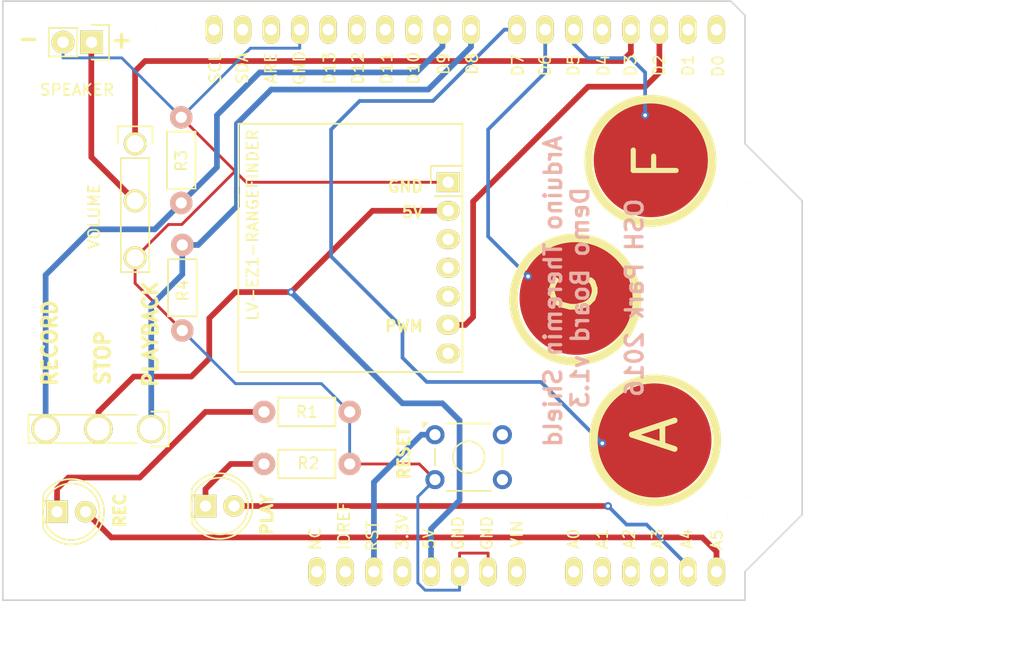
<source format=kicad_pcb>
(kicad_pcb (version 20171130) (host pcbnew "(5.1.12)-1")

  (general
    (thickness 1.6)
    (drawings 38)
    (tracks 137)
    (zones 0)
    (modules 15)
    (nets 16)
  )

  (page A4)
  (title_block
    (company "Released under the CERN Open Hardware License v1.2")
    (comment 1 jeh.wicker@gmail.com)
    (comment 2 "Jenner Hanni")
    (comment 3 "Wickerbox Electronics")
  )

  (layers
    (0 F.Cu signal)
    (31 B.Cu signal)
    (34 B.Paste user)
    (35 F.Paste user)
    (36 B.SilkS user)
    (37 F.SilkS user)
    (38 B.Mask user)
    (39 F.Mask user)
    (44 Edge.Cuts user)
    (46 B.CrtYd user)
    (47 F.CrtYd user)
    (48 B.Fab user)
    (49 F.Fab user)
  )

  (setup
    (last_trace_width 0.254)
    (user_trace_width 0.1524)
    (user_trace_width 0.254)
    (user_trace_width 0.3302)
    (user_trace_width 0.508)
    (user_trace_width 0.762)
    (trace_clearance 0.254)
    (zone_clearance 0.508)
    (zone_45_only no)
    (trace_min 0.1524)
    (via_size 0.6858)
    (via_drill 0.3302)
    (via_min_size 0.6858)
    (via_min_drill 0.3302)
    (user_via 0.6858 0.3302)
    (user_via 0.762 0.4064)
    (user_via 0.8636 0.508)
    (uvia_size 0.6858)
    (uvia_drill 0.3302)
    (uvias_allowed no)
    (uvia_min_size 0)
    (uvia_min_drill 0)
    (edge_width 0.15)
    (segment_width 1.27)
    (pcb_text_width 0.3)
    (pcb_text_size 1.5 1.5)
    (mod_edge_width 0.15)
    (mod_text_size 1 1)
    (mod_text_width 0.15)
    (pad_size 2.54 2.54)
    (pad_drill 2.032)
    (pad_to_mask_clearance 0.2)
    (aux_axis_origin 0 0)
    (visible_elements 7FFFFFFF)
    (pcbplotparams
      (layerselection 0x010f0_80000001)
      (usegerberextensions true)
      (usegerberattributes true)
      (usegerberadvancedattributes true)
      (creategerberjobfile true)
      (excludeedgelayer true)
      (linewidth 0.100000)
      (plotframeref false)
      (viasonmask false)
      (mode 1)
      (useauxorigin false)
      (hpglpennumber 1)
      (hpglpenspeed 20)
      (hpglpendiameter 15.000000)
      (psnegative false)
      (psa4output false)
      (plotreference true)
      (plotvalue true)
      (plotinvisibletext false)
      (padsonsilk false)
      (subtractmaskfromsilk false)
      (outputformat 1)
      (mirror false)
      (drillshape 0)
      (scaleselection 1)
      (outputdirectory "gerbers"))
  )

  (net 0 "")
  (net 1 +5V)
  (net 2 GND)
  (net 3 "Net-(LED1-Pad1)")
  (net 4 "Net-(LED2-Pad1)")
  (net 5 /A4_PLAYBACK_LED)
  (net 6 /RESET)
  (net 7 "Net-(RV1-Pad2)")
  (net 8 /D7_KEY1)
  (net 9 /D5_KEY3)
  (net 10 /D6_KEY2)
  (net 11 /D2_PWM)
  (net 12 /D3_DIG_SPEAKER_OUT)
  (net 13 /A5_RECORD_LED)
  (net 14 /D9_BTN_PLAYBACK)
  (net 15 /D8_BTN_RECORD)

  (net_class Default "This is the default net class."
    (clearance 0.254)
    (trace_width 0.254)
    (via_dia 0.6858)
    (via_drill 0.3302)
    (uvia_dia 0.6858)
    (uvia_drill 0.3302)
    (add_net +5V)
    (add_net /A4_PLAYBACK_LED)
    (add_net /A5_RECORD_LED)
    (add_net /D2_PWM)
    (add_net /D3_DIG_SPEAKER_OUT)
    (add_net /D5_KEY3)
    (add_net /D6_KEY2)
    (add_net /D7_KEY1)
    (add_net /D8_BTN_RECORD)
    (add_net /D9_BTN_PLAYBACK)
    (add_net /RESET)
    (add_net GND)
    (add_net "Net-(LED1-Pad1)")
    (add_net "Net-(LED2-Pad1)")
    (add_net "Net-(RV1-Pad2)")
  )

  (module Wickerlib:SW-B3F-10XX (layer F.Cu) (tedit 5724F748) (tstamp 5724F497)
    (at 126.08 103.378)
    (descr SW-B3F-10XX)
    (tags "Omron B3F-10xx")
    (path /572466BD)
    (fp_text reference RESET (at -2.763 1.651 90) (layer F.SilkS)
      (effects (font (size 1.016 1.016) (thickness 0.254)))
    )
    (fp_text value B3F-1000 (at 2.95 -2.05) (layer F.Fab)
      (effects (font (size 1 1) (thickness 0.15)))
    )
    (fp_circle (center 3 2) (end 4 3) (layer F.SilkS) (width 0.1))
    (fp_circle (center 3 2) (end 4 3) (layer F.SilkS) (width 0.15))
    (fp_line (start 6 2) (end 6 2) (layer F.SilkS) (width 0.1))
    (fp_line (start 5 -1) (end 1 -1) (layer F.SilkS) (width 0.1))
    (fp_line (start 5 5) (end 1 5) (layer F.SilkS) (width 0.1))
    (fp_line (start 0 2) (end 0 2) (layer F.SilkS) (width 0.1))
    (fp_line (start 6 1.25) (end 6 2.75) (layer F.SilkS) (width 0.15))
    (fp_line (start 0 2.75) (end 0 1.25) (layer F.SilkS) (width 0.15))
    (fp_line (start 1 -1) (end 5 -1) (layer F.SilkS) (width 0.15))
    (fp_line (start 1 5) (end 5 5) (layer F.SilkS) (width 0.15))
    (fp_line (start -1.15 0) (end -1.15 -1.15) (layer F.CrtYd) (width 0.05))
    (fp_line (start -1.15 -1.15) (end 0.45 -1.15) (layer F.CrtYd) (width 0.05))
    (fp_line (start -1.15 0) (end -1.15 5.15) (layer F.CrtYd) (width 0.05))
    (fp_line (start -1.15 5.15) (end 7.15 5.15) (layer F.CrtYd) (width 0.05))
    (fp_line (start 7.15 5.15) (end 7.15 -1.15) (layer F.CrtYd) (width 0.05))
    (fp_line (start 7.15 -1.15) (end 0.45 -1.15) (layer F.CrtYd) (width 0.05))
    (fp_line (start -1.05 -1.05) (end -1.05 -0.7) (layer F.SilkS) (width 0.15))
    (fp_line (start -1.05 -1.05) (end -0.7 -1.05) (layer F.SilkS) (width 0.15))
    (fp_line (start -0.95 -1) (end -0.95 -0.9) (layer F.SilkS) (width 0.15))
    (fp_arc (start 0 0) (end -1.05 -0.7) (angle 22.61986495) (layer F.SilkS) (width 0.15))
    (pad 4 thru_hole circle (at 6 4) (size 1.7 1.7) (drill 1) (layers *.Cu *.Mask))
    (pad 3 thru_hole circle (at 0 4) (size 1.7 1.7) (drill 1) (layers *.Cu *.Mask)
      (net 2 GND))
    (pad 2 thru_hole circle (at 6 0) (size 1.7 1.7) (drill 1) (layers *.Cu *.Mask))
    (pad 1 thru_hole circle (at 0 0) (size 1.7 1.7) (drill 1) (layers *.Cu *.Mask)
      (net 6 /RESET))
  )

  (module Wickerlib:CAPSENSE-CIRCLE-D10 (layer F.Cu) (tedit 5724F609) (tstamp 5724F444)
    (at 145.606 103.886)
    (path /56BDABBB)
    (fp_text reference A (at 0.0635 -0.508 90) (layer F.SilkS)
      (effects (font (size 3.81 3.81) (thickness 0.508)))
    )
    (fp_text value KEY1 (at 0.025 7.325) (layer F.Fab)
      (effects (font (size 1 1) (thickness 0.15)))
    )
    (pad 1 smd circle (at 0 0) (size 10.16 10.16) (layers F.Cu)
      (net 8 /D7_KEY1) (clearance 0.508))
  )

  (module Wickerlib:CAPSENSE-CIRCLE-D10 (layer F.Cu) (tedit 5724FA4A) (tstamp 5724F449)
    (at 145.288 78.9305)
    (path /56BDAAD1)
    (fp_text reference F (at 0.508 0.1905 90) (layer F.SilkS)
      (effects (font (size 3.81 3.81) (thickness 0.4572)))
    )
    (fp_text value KEY3 (at 0.025 7.325) (layer F.Fab)
      (effects (font (size 1 1) (thickness 0.15)))
    )
    (pad 1 smd circle (at 0 0) (size 10.16 10.16) (layers F.Cu)
      (net 9 /D5_KEY3) (clearance 0.508))
  )

  (module Wickerlib:CAPSENSE-CIRCLE-D10 (layer F.Cu) (tedit 5724F5F7) (tstamp 5724F44E)
    (at 138.684 91.186)
    (path /56BDAB3F)
    (fp_text reference C (at -0.127 -0.381 90) (layer F.SilkS)
      (effects (font (size 3.81 3.81) (thickness 0.508)))
    )
    (fp_text value KEY2 (at 0.025 7.325) (layer F.Fab)
      (effects (font (size 1 1) (thickness 0.15)))
    )
    (pad 1 smd circle (at 0 0) (size 10.16 10.16) (layers F.Cu)
      (net 10 /D6_KEY2) (clearance 0.508))
  )

  (module Wickerlib:LV_EZ1_Rangefinder (layer F.Cu) (tedit 5724FD34) (tstamp 5724F45B)
    (at 108.585 97.79)
    (descr http://maxbotix.com/uploads/LV-MaxSonar-EZ1-Datasheet.pdf)
    (tags "Rangefinder Module Breakout Board")
    (path /572473F2)
    (fp_text reference LV-EZ1-RANGEFINDER (at 1.27 -13.081 90) (layer F.SilkS)
      (effects (font (size 1 1) (thickness 0.15)))
    )
    (fp_text value LV-EZ1-RANGEFINDER (at 1.375 -13.65 90) (layer F.Fab)
      (effects (font (size 1 1) (thickness 0.15)))
    )
    (fp_line (start 17.15 -18.35) (end 19.939 -18.35) (layer F.SilkS) (width 0.15))
    (fp_line (start 17.125 -16.775) (end 17.125 -18.325) (layer F.SilkS) (width 0.15))
    (fp_line (start 19.939 -15.655) (end 17.455 -15.655) (layer F.SilkS) (width 0.15))
    (fp_line (start 0 0) (end 19.939 0) (layer F.SilkS) (width 0.1524))
    (fp_line (start 0 0) (end 0 -22.098) (layer F.SilkS) (width 0.1524))
    (fp_line (start 19.939 0) (end 19.939 -22.098) (layer F.SilkS) (width 0.1524))
    (fp_line (start 0 -22.098) (end 19.939 -22.098) (layer F.SilkS) (width 0.1524))
    (pad "" np_thru_hole circle (at 15.494 -19.558) (size 3.1496 3.1496) (drill 3.1496) (layers F.Cu))
    (pad 1 thru_hole rect (at 18.669 -16.891) (size 2.032 1.7272) (drill 1.016) (layers *.Cu *.Mask F.SilkS)
      (net 2 GND))
    (pad 2 thru_hole oval (at 18.669 -14.351) (size 2.032 1.7272) (drill 1.016) (layers *.Cu *.Mask F.SilkS)
      (net 1 +5V))
    (pad 3 thru_hole oval (at 18.669 -11.811) (size 2.032 1.7272) (drill 1.016) (layers *.Cu *.Mask F.SilkS))
    (pad 4 thru_hole oval (at 18.669 -9.271) (size 2.032 1.7272) (drill 1.016) (layers *.Cu *.Mask F.SilkS))
    (pad 5 thru_hole oval (at 18.669 -6.731) (size 2.032 1.7272) (drill 1.016) (layers *.Cu *.Mask F.SilkS))
    (pad 6 thru_hole oval (at 18.669 -4.191) (size 2.032 1.7272) (drill 1.016) (layers *.Cu *.Mask F.SilkS)
      (net 11 /D2_PWM))
    (pad 7 thru_hole oval (at 18.669 -1.651) (size 2.032 1.7272) (drill 1.016) (layers *.Cu *.Mask F.SilkS))
    (pad "" np_thru_hole circle (at 2.54 -2.54) (size 3.1496 3.1496) (drill 3.1496) (layers F.Cu))
  )

  (module Wickerlib:LED-5MM-2PIN (layer F.Cu) (tedit 5724F759) (tstamp 5724F461)
    (at 92.456 110.236)
    (descr "LED 5mm round vertical")
    (tags "LED 5mm round vertical")
    (path /5724F37F)
    (fp_text reference REC (at 5.588 -0.127 90) (layer F.SilkS)
      (effects (font (size 1.016 1.016) (thickness 0.254)))
    )
    (fp_text value RECORD (at 1.524 -3.937) (layer F.Fab)
      (effects (font (size 1 1) (thickness 0.15)))
    )
    (fp_circle (center 1.27 0) (end 0.97 -2.5) (layer F.SilkS) (width 0.15))
    (fp_line (start -1.23 1.5) (end -1.23 -1.5) (layer F.SilkS) (width 0.15))
    (fp_line (start -1.5 -1.55) (end -1.5 1.55) (layer F.CrtYd) (width 0.05))
    (fp_text user K (at -1.905 1.905) (layer F.SilkS) hide
      (effects (font (size 1 1) (thickness 0.15)))
    )
    (fp_arc (start 1.3 0) (end -1.5 1.55) (angle -302) (layer F.CrtYd) (width 0.05))
    (fp_arc (start 1.27 0) (end -1.23 -1.5) (angle 297.5) (layer F.SilkS) (width 0.15))
    (pad 1 thru_hole rect (at 0 0 90) (size 2 1.9) (drill 1.00076) (layers *.Cu *.Mask F.SilkS)
      (net 3 "Net-(LED1-Pad1)"))
    (pad 2 thru_hole circle (at 2.54 0) (size 1.9 1.9) (drill 1.00076) (layers *.Cu *.Mask F.SilkS)
      (net 13 /A5_RECORD_LED))
    (model LEDs.3dshapes/LED-5MM.wrl
      (offset (xyz 1.269999980926514 0 0))
      (scale (xyz 1 1 1))
      (rotate (xyz 0 0 90))
    )
  )

  (module Wickerlib:LED-5MM-2PIN (layer F.Cu) (tedit 5724F74F) (tstamp 5724F467)
    (at 105.664 109.728)
    (descr "LED 5mm round vertical")
    (tags "LED 5mm round vertical")
    (path /5724F417)
    (fp_text reference PLAY (at 5.461 0.762 90) (layer F.SilkS)
      (effects (font (size 1.016 1.016) (thickness 0.254)))
    )
    (fp_text value PLAYBACK (at 1.524 -3.937) (layer F.Fab)
      (effects (font (size 1 1) (thickness 0.15)))
    )
    (fp_circle (center 1.27 0) (end 0.97 -2.5) (layer F.SilkS) (width 0.15))
    (fp_line (start -1.23 1.5) (end -1.23 -1.5) (layer F.SilkS) (width 0.15))
    (fp_line (start -1.5 -1.55) (end -1.5 1.55) (layer F.CrtYd) (width 0.05))
    (fp_text user K (at -1.905 1.905) (layer F.SilkS) hide
      (effects (font (size 1 1) (thickness 0.15)))
    )
    (fp_arc (start 1.3 0) (end -1.5 1.55) (angle -302) (layer F.CrtYd) (width 0.05))
    (fp_arc (start 1.27 0) (end -1.23 -1.5) (angle 297.5) (layer F.SilkS) (width 0.15))
    (pad 1 thru_hole rect (at 0 0 90) (size 2 1.9) (drill 1.00076) (layers *.Cu *.Mask F.SilkS)
      (net 4 "Net-(LED2-Pad1)"))
    (pad 2 thru_hole circle (at 2.54 0) (size 1.9 1.9) (drill 1.00076) (layers *.Cu *.Mask F.SilkS)
      (net 5 /A4_PLAYBACK_LED))
    (model LEDs.3dshapes/LED-5MM.wrl
      (offset (xyz 1.269999980926514 0 0))
      (scale (xyz 1 1 1))
      (rotate (xyz 0 0 90))
    )
  )

  (module Wickerlib:Resistor_Horizontal_RM7mm (layer F.Cu) (tedit 569FCF07) (tstamp 5724F468)
    (at 110.871 101.346)
    (descr "Resistor, Axial,  RM 7.62mm, 1/3W,")
    (tags "Resistor Axial RM 7.62mm 1/3W R3")
    (path /5724D41C)
    (fp_text reference R1 (at 3.81 0) (layer F.SilkS)
      (effects (font (size 1 1) (thickness 0.15)))
    )
    (fp_text value 220 (at 3.81 3.81) (layer F.Fab)
      (effects (font (size 1 1) (thickness 0.15)))
    )
    (fp_line (start 1.27 1.27) (end 1.27 -1.27) (layer F.SilkS) (width 0.15))
    (fp_line (start 6.35 1.27) (end 1.27 1.27) (layer F.SilkS) (width 0.15))
    (fp_line (start 6.35 -1.27) (end 6.35 1.27) (layer F.SilkS) (width 0.15))
    (fp_line (start 1.27 -1.27) (end 6.35 -1.27) (layer F.SilkS) (width 0.15))
    (fp_line (start -1.25 1.5) (end 8.85 1.5) (layer F.CrtYd) (width 0.05))
    (fp_line (start 8.85 -1.5) (end 8.85 1.5) (layer F.CrtYd) (width 0.05))
    (fp_line (start -1.25 1.5) (end -1.25 -1.5) (layer F.CrtYd) (width 0.05))
    (fp_line (start -1.25 -1.5) (end 8.85 -1.5) (layer F.CrtYd) (width 0.05))
    (pad 1 thru_hole circle (at 0 0) (size 1.99898 1.99898) (drill 1.00076) (layers *.Cu *.SilkS *.Mask)
      (net 3 "Net-(LED1-Pad1)"))
    (pad 2 thru_hole circle (at 7.62 0) (size 1.99898 1.99898) (drill 1.00076) (layers *.Cu *.SilkS *.Mask)
      (net 2 GND))
  )

  (module Wickerlib:Resistor_Horizontal_RM7mm (layer F.Cu) (tedit 569FCF07) (tstamp 5724F46D)
    (at 110.871 105.982)
    (descr "Resistor, Axial,  RM 7.62mm, 1/3W,")
    (tags "Resistor Axial RM 7.62mm 1/3W R3")
    (path /5724D55B)
    (fp_text reference R2 (at 3.937 -0.0635) (layer F.SilkS)
      (effects (font (size 1 1) (thickness 0.15)))
    )
    (fp_text value 220 (at 3.81 3.81) (layer F.Fab)
      (effects (font (size 1 1) (thickness 0.15)))
    )
    (fp_line (start 1.27 1.27) (end 1.27 -1.27) (layer F.SilkS) (width 0.15))
    (fp_line (start 6.35 1.27) (end 1.27 1.27) (layer F.SilkS) (width 0.15))
    (fp_line (start 6.35 -1.27) (end 6.35 1.27) (layer F.SilkS) (width 0.15))
    (fp_line (start 1.27 -1.27) (end 6.35 -1.27) (layer F.SilkS) (width 0.15))
    (fp_line (start -1.25 1.5) (end 8.85 1.5) (layer F.CrtYd) (width 0.05))
    (fp_line (start 8.85 -1.5) (end 8.85 1.5) (layer F.CrtYd) (width 0.05))
    (fp_line (start -1.25 1.5) (end -1.25 -1.5) (layer F.CrtYd) (width 0.05))
    (fp_line (start -1.25 -1.5) (end 8.85 -1.5) (layer F.CrtYd) (width 0.05))
    (pad 1 thru_hole circle (at 0 0) (size 1.99898 1.99898) (drill 1.00076) (layers *.Cu *.SilkS *.Mask)
      (net 4 "Net-(LED2-Pad1)"))
    (pad 2 thru_hole circle (at 7.62 0) (size 1.99898 1.99898) (drill 1.00076) (layers *.Cu *.SilkS *.Mask)
      (net 2 GND))
  )

  (module Wickerlib:Resistor_Horizontal_RM7mm (layer F.Cu) (tedit 569FCF07) (tstamp 5724F472)
    (at 103.505 82.7405 90)
    (descr "Resistor, Axial,  RM 7.62mm, 1/3W,")
    (tags "Resistor Axial RM 7.62mm 1/3W R3")
    (path /56BEAC8C)
    (fp_text reference R3 (at 3.7465 0 90) (layer F.SilkS)
      (effects (font (size 1 1) (thickness 0.15)))
    )
    (fp_text value 10K (at 3.81 3.81 90) (layer F.Fab)
      (effects (font (size 1 1) (thickness 0.15)))
    )
    (fp_line (start 1.27 1.27) (end 1.27 -1.27) (layer F.SilkS) (width 0.15))
    (fp_line (start 6.35 1.27) (end 1.27 1.27) (layer F.SilkS) (width 0.15))
    (fp_line (start 6.35 -1.27) (end 6.35 1.27) (layer F.SilkS) (width 0.15))
    (fp_line (start 1.27 -1.27) (end 6.35 -1.27) (layer F.SilkS) (width 0.15))
    (fp_line (start -1.25 1.5) (end 8.85 1.5) (layer F.CrtYd) (width 0.05))
    (fp_line (start 8.85 -1.5) (end 8.85 1.5) (layer F.CrtYd) (width 0.05))
    (fp_line (start -1.25 1.5) (end -1.25 -1.5) (layer F.CrtYd) (width 0.05))
    (fp_line (start -1.25 -1.5) (end 8.85 -1.5) (layer F.CrtYd) (width 0.05))
    (pad 1 thru_hole circle (at 0 0 90) (size 1.99898 1.99898) (drill 1.00076) (layers *.Cu *.SilkS *.Mask)
      (net 14 /D9_BTN_PLAYBACK))
    (pad 2 thru_hole circle (at 7.62 0 90) (size 1.99898 1.99898) (drill 1.00076) (layers *.Cu *.SilkS *.Mask)
      (net 2 GND))
  )

  (module Wickerlib:Resistor_Horizontal_RM7mm (layer F.Cu) (tedit 569FCF07) (tstamp 5724F477)
    (at 103.6 86.48 270)
    (descr "Resistor, Axial,  RM 7.62mm, 1/3W,")
    (tags "Resistor Axial RM 7.62mm 1/3W R3")
    (path /56BEAD4F)
    (fp_text reference R4 (at 4.05892 -0.032 270) (layer F.SilkS)
      (effects (font (size 1 1) (thickness 0.15)))
    )
    (fp_text value 10K (at 3.81 3.81 270) (layer F.Fab)
      (effects (font (size 1 1) (thickness 0.15)))
    )
    (fp_line (start 1.27 1.27) (end 1.27 -1.27) (layer F.SilkS) (width 0.15))
    (fp_line (start 6.35 1.27) (end 1.27 1.27) (layer F.SilkS) (width 0.15))
    (fp_line (start 6.35 -1.27) (end 6.35 1.27) (layer F.SilkS) (width 0.15))
    (fp_line (start 1.27 -1.27) (end 6.35 -1.27) (layer F.SilkS) (width 0.15))
    (fp_line (start -1.25 1.5) (end 8.85 1.5) (layer F.CrtYd) (width 0.05))
    (fp_line (start 8.85 -1.5) (end 8.85 1.5) (layer F.CrtYd) (width 0.05))
    (fp_line (start -1.25 1.5) (end -1.25 -1.5) (layer F.CrtYd) (width 0.05))
    (fp_line (start -1.25 -1.5) (end 8.85 -1.5) (layer F.CrtYd) (width 0.05))
    (pad 1 thru_hole circle (at 0 0 270) (size 1.99898 1.99898) (drill 1.00076) (layers *.Cu *.SilkS *.Mask)
      (net 15 /D8_BTN_RECORD))
    (pad 2 thru_hole circle (at 7.62 0 270) (size 1.99898 1.99898) (drill 1.00076) (layers *.Cu *.SilkS *.Mask)
      (net 2 GND))
  )

  (module Wickerlib:P160-TRIMPOT (layer F.Cu) (tedit 5724FA2F) (tstamp 5724F482)
    (at 99.4 77.47)
    (descr P160-TRIMPOT)
    (tags "Rotary Pot Trimpot Variable Resistor")
    (path /5724C6C3)
    (fp_text reference VOLUME (at -3.642 6.477 90) (layer F.SilkS)
      (effects (font (size 1 1) (thickness 0.15)))
    )
    (fp_text value 10K (at 0 -3.1) (layer F.Fab)
      (effects (font (size 1 1) (thickness 0.15)))
    )
    (fp_line (start 1.27 1.27) (end -1.27 1.27) (layer F.SilkS) (width 0.15))
    (fp_line (start -1.27 11.43) (end -1.27 1.27) (layer F.SilkS) (width 0.15))
    (fp_line (start 1.27 11.43) (end -1.27 11.43) (layer F.SilkS) (width 0.15))
    (fp_line (start 1.27 1.27) (end 1.27 11.43) (layer F.SilkS) (width 0.15))
    (fp_line (start -1.75 11.95) (end 1.75 11.95) (layer F.CrtYd) (width 0.05))
    (fp_line (start -1.75 -1.75) (end 1.75 -1.75) (layer F.CrtYd) (width 0.05))
    (fp_line (start 1.75 -1.75) (end 1.75 11.95) (layer F.CrtYd) (width 0.05))
    (fp_line (start -1.75 -1.75) (end -1.75 11.95) (layer F.CrtYd) (width 0.05))
    (fp_line (start 1.55 -1.55) (end 1.55 0) (layer F.SilkS) (width 0.15))
    (fp_line (start -1.55 -1.55) (end 1.55 -1.55) (layer F.SilkS) (width 0.15))
    (fp_line (start -1.55 0) (end -1.55 -1.55) (layer F.SilkS) (width 0.15))
    (pad 1 thru_hole circle (at 0 0) (size 2.032 2.032) (drill 1.524) (layers *.Cu *.Mask F.SilkS)
      (net 12 /D3_DIG_SPEAKER_OUT))
    (pad 2 thru_hole circle (at 0 5.08) (size 2.032 2.032) (drill 1.524) (layers *.Cu *.Mask F.SilkS)
      (net 7 "Net-(RV1-Pad2)"))
    (pad 3 thru_hole circle (at 0 10.16) (size 2.032 2.032) (drill 1.524) (layers *.Cu *.Mask F.SilkS)
      (net 2 GND))
  )

  (module Wickerlib:SW-100SP3 (layer F.Cu) (tedit 5724FC91) (tstamp 5724F489)
    (at 100.838 102.87 270)
    (descr "Three-position through-hole board mount switch.")
    (tags "ON-OFF-ON switch")
    (path /57252002)
    (fp_text reference S1 (at 2.667 0.127) (layer F.SilkS) hide
      (effects (font (size 1 1) (thickness 0.15)))
    )
    (fp_text value "100SP3 ON-OFF-ON" (at 0 -3.1 270) (layer F.Fab)
      (effects (font (size 1 1) (thickness 0.15)))
    )
    (fp_line (start -1.27 10.922) (end -1.27 1.27) (layer F.SilkS) (width 0.15))
    (fp_line (start 1.27 10.922) (end -1.27 10.922) (layer F.SilkS) (width 0.15))
    (fp_line (start 1.27 1.27) (end 1.27 10.922) (layer F.SilkS) (width 0.15))
    (fp_line (start -1.75 11.43) (end 1.75 11.43) (layer F.CrtYd) (width 0.05))
    (fp_line (start -1.75 -1.75) (end 1.75 -1.75) (layer F.CrtYd) (width 0.05))
    (fp_line (start 1.75 -1.75) (end 1.75 11.43) (layer F.CrtYd) (width 0.05))
    (fp_line (start -1.75 -1.75) (end -1.75 11.43) (layer F.CrtYd) (width 0.05))
    (fp_line (start 1.55 -1.55) (end 1.55 0) (layer F.SilkS) (width 0.15))
    (fp_line (start -1.55 -1.55) (end 1.55 -1.55) (layer F.SilkS) (width 0.15))
    (fp_line (start -1.55 0) (end -1.55 -1.55) (layer F.SilkS) (width 0.15))
    (pad 1 thru_hole circle (at 0 0 270) (size 2.54 2.54) (drill 2.032) (layers *.Cu *.Mask F.SilkS)
      (net 15 /D8_BTN_RECORD))
    (pad 2 thru_hole circle (at 0 4.699 270) (size 2.54 2.54) (drill 2.032) (layers *.Cu *.Mask F.SilkS)
      (net 1 +5V))
    (pad 3 thru_hole circle (at 0 9.398 270) (size 2.54 2.54) (drill 2.032) (layers *.Cu *.Mask F.SilkS)
      (net 14 /D9_BTN_PLAYBACK))
  )

  (module Wickerlib:ARDU-UNOSHIELD locked (layer F.Cu) (tedit 5724F58D) (tstamp 5724F498)
    (at 87.63 118.11)
    (descr none)
    (path /5724A996)
    (fp_text reference U1 (at 5.715 -57.15) (layer F.SilkS) hide
      (effects (font (size 1.524 1.524) (thickness 0.3048)))
    )
    (fp_text value ARDUINO-UNO-SHIELD (at 10.16 -54.61) (layer F.SilkS) hide
      (effects (font (size 1.524 1.524) (thickness 0.3048)))
    )
    (fp_line (start 0 0) (end 0 -53.34) (layer F.CrtYd) (width 0.2))
    (fp_line (start 64.77 -53.34) (end 0 -53.34) (layer F.CrtYd) (width 0.2))
    (fp_line (start 66.04 -52.07) (end 64.77 -53.34) (layer F.CrtYd) (width 0.2))
    (fp_line (start 66.04 -40.64) (end 66.04 -52.07) (layer F.CrtYd) (width 0.2))
    (fp_line (start 70.993 -27.94) (end 70.993 -6.223) (layer F.CrtYd) (width 0.2))
    (fp_line (start 70.993 -35.814) (end 70.993 -27.94) (layer F.CrtYd) (width 0.2))
    (fp_line (start 66.04 -40.64) (end 70.993 -35.814) (layer F.CrtYd) (width 0.2))
    (fp_line (start 66.04 -2.54) (end 70.993 -6.223) (layer F.CrtYd) (width 0.2))
    (fp_line (start 66.04 -2.54) (end 66.04 0) (layer F.CrtYd) (width 0.2))
    (fp_line (start 0 0) (end 66.04 0) (layer F.CrtYd) (width 0.2))
    (fp_text user IOREF (at 30.353 -6.604 90) (layer F.SilkS)
      (effects (font (size 1 1) (thickness 0.15)))
    )
    (fp_text user NC (at 27.793 -5.461 90) (layer F.SilkS)
      (effects (font (size 1 1) (thickness 0.15)))
    )
    (fp_text user RST (at 32.893 -5.715 90) (layer F.SilkS)
      (effects (font (size 1 1) (thickness 0.15)))
    )
    (fp_text user 3.3V (at 35.56 -6.096 90) (layer F.SilkS)
      (effects (font (size 1 1) (thickness 0.15)))
    )
    (fp_text user 5V (at 37.953 -5.461 90) (layer F.SilkS)
      (effects (font (size 1 1) (thickness 0.15)))
    )
    (fp_text user GND (at 40.493 -5.969 90) (layer F.SilkS)
      (effects (font (size 1 1) (thickness 0.15)))
    )
    (fp_text user GND (at 43.068 -5.969 90) (layer F.SilkS)
      (effects (font (size 1 1) (thickness 0.15)))
    )
    (fp_text user VIN (at 45.743 -5.894 90) (layer F.SilkS)
      (effects (font (size 1 1) (thickness 0.15)))
    )
    (fp_text user A5 (at 63.523 -5.386 90) (layer F.SilkS)
      (effects (font (size 1 1) (thickness 0.15)))
    )
    (fp_text user A4 (at 60.848 -5.461 90) (layer F.SilkS)
      (effects (font (size 1 1) (thickness 0.15)))
    )
    (fp_text user A3 (at 58.273 -5.461 90) (layer F.SilkS)
      (effects (font (size 1 1) (thickness 0.15)))
    )
    (fp_text user A2 (at 55.733 -5.461 90) (layer F.SilkS)
      (effects (font (size 1 1) (thickness 0.15)))
    )
    (fp_text user A1 (at 53.32 -5.461 90) (layer F.SilkS)
      (effects (font (size 1 1) (thickness 0.15)))
    )
    (fp_text user A0 (at 50.8 -5.461 90) (layer F.SilkS)
      (effects (font (size 1 1) (thickness 0.15)))
    )
    (fp_text user SCL (at 18.903 -47.371 90) (layer F.SilkS)
      (effects (font (size 1 1) (thickness 0.15)))
    )
    (fp_text user SDA (at 21.316 -47.371 90) (layer F.SilkS)
      (effects (font (size 1 1) (thickness 0.15)))
    )
    (fp_text user ARE (at 23.856 -47.371 90) (layer F.SilkS)
      (effects (font (size 1 1) (thickness 0.15)))
    )
    (fp_text user GND (at 26.396 -47.371 90) (layer F.SilkS)
      (effects (font (size 1 1) (thickness 0.15)))
    )
    (fp_text user D13 (at 29.063 -47.371 90) (layer F.SilkS)
      (effects (font (size 1 1) (thickness 0.15)))
    )
    (fp_text user D12 (at 31.603 -47.371 90) (layer F.SilkS)
      (effects (font (size 1 1) (thickness 0.15)))
    )
    (fp_text user D11 (at 34.143 -47.371 90) (layer F.SilkS)
      (effects (font (size 1 1) (thickness 0.15)))
    )
    (fp_text user D10 (at 36.556 -47.371 90) (layer F.SilkS)
      (effects (font (size 1 1) (thickness 0.15)))
    )
    (fp_text user D9 (at 39.223 -47.752 90) (layer F.SilkS)
      (effects (font (size 1 1) (thickness 0.15)))
    )
    (fp_text user D8 (at 41.763 -47.752 90) (layer F.SilkS)
      (effects (font (size 1 1) (thickness 0.15)))
    )
    (fp_text user D7 (at 45.827 -47.625 90) (layer F.SilkS)
      (effects (font (size 1 1) (thickness 0.15)))
    )
    (fp_text user D6 (at 48.24 -47.625 90) (layer F.SilkS)
      (effects (font (size 1 1) (thickness 0.15)))
    )
    (fp_text user D5 (at 50.78 -47.625 90) (layer F.SilkS)
      (effects (font (size 1 1) (thickness 0.15)))
    )
    (fp_text user D4 (at 53.447 -47.625 90) (layer F.SilkS)
      (effects (font (size 1 1) (thickness 0.15)))
    )
    (fp_text user D3 (at 55.86 -47.625 90) (layer F.SilkS)
      (effects (font (size 1 1) (thickness 0.15)))
    )
    (fp_text user D2 (at 58.4 -47.625 90) (layer F.SilkS)
      (effects (font (size 1 1) (thickness 0.15)))
    )
    (fp_text user D1 (at 60.975 -47.625 90) (layer F.SilkS)
      (effects (font (size 1 1) (thickness 0.15)))
    )
    (fp_text user D0 (at 63.65 -47.55 90) (layer F.SilkS)
      (effects (font (size 1 1) (thickness 0.15)))
    )
    (pad A5 thru_hole oval (at 63.5 -2.54 90) (size 2.54 1.524) (drill 1.016) (layers *.Cu *.Mask F.SilkS)
      (net 13 /A5_RECORD_LED))
    (pad A4 thru_hole oval (at 60.96 -2.54 90) (size 2.54 1.524) (drill 1.016) (layers *.Cu *.Mask F.SilkS)
      (net 5 /A4_PLAYBACK_LED))
    (pad A3 thru_hole oval (at 58.42 -2.54 90) (size 2.54 1.524) (drill 1.016) (layers *.Cu *.Mask F.SilkS))
    (pad A0 thru_hole oval (at 50.8 -2.54 90) (size 2.54 1.524) (drill 1.016) (layers *.Cu *.Mask F.SilkS))
    (pad A1 thru_hole oval (at 53.34 -2.54 90) (size 2.54 1.524) (drill 1.016) (layers *.Cu *.Mask F.SilkS))
    (pad A2 thru_hole oval (at 55.88 -2.54 90) (size 2.54 1.524) (drill 1.016) (layers *.Cu *.Mask F.SilkS))
    (pad VIN thru_hole oval (at 45.72 -2.54 90) (size 2.54 1.524) (drill 1.016) (layers *.Cu *.Mask F.SilkS))
    (pad GND2 thru_hole oval (at 43.18 -2.54 90) (size 2.54 1.524) (drill 1.016) (layers *.Cu *.Mask F.SilkS)
      (net 2 GND))
    (pad GND1 thru_hole oval (at 40.64 -2.54 90) (size 2.54 1.524) (drill 1.016) (layers *.Cu *.Mask F.SilkS)
      (net 2 GND))
    (pad 3V3 thru_hole oval (at 35.56 -2.54 90) (size 2.54 1.524) (drill 1.016) (layers *.Cu *.Mask F.SilkS))
    (pad RST thru_hole oval (at 33.02 -2.54 90) (size 2.54 1.524) (drill 1.016) (layers *.Cu *.Mask F.SilkS)
      (net 6 /RESET))
    (pad D0 thru_hole oval (at 63.5 -50.8 90) (size 2.54 1.524) (drill 1.016) (layers *.Cu *.Mask F.SilkS))
    (pad D1 thru_hole oval (at 60.96 -50.8 90) (size 2.54 1.524) (drill 1.016) (layers *.Cu *.Mask F.SilkS))
    (pad D2 thru_hole oval (at 58.42 -50.8 90) (size 2.54 1.524) (drill 1.016) (layers *.Cu *.Mask F.SilkS)
      (net 11 /D2_PWM))
    (pad D3 thru_hole oval (at 55.88 -50.8 90) (size 2.54 1.524) (drill 1.016) (layers *.Cu *.Mask F.SilkS)
      (net 12 /D3_DIG_SPEAKER_OUT))
    (pad D4 thru_hole oval (at 53.34 -50.8 90) (size 2.54 1.524) (drill 1.016) (layers *.Cu *.Mask F.SilkS))
    (pad D5 thru_hole oval (at 50.8 -50.8 90) (size 2.54 1.524) (drill 1.016) (layers *.Cu *.Mask F.SilkS)
      (net 9 /D5_KEY3))
    (pad D6 thru_hole oval (at 48.26 -50.8 90) (size 2.54 1.524) (drill 1.016) (layers *.Cu *.Mask F.SilkS)
      (net 10 /D6_KEY2))
    (pad D7 thru_hole oval (at 45.72 -50.8 90) (size 2.54 1.524) (drill 1.016) (layers *.Cu *.Mask F.SilkS)
      (net 8 /D7_KEY1))
    (pad D8 thru_hole oval (at 41.656 -50.8 90) (size 2.54 1.524) (drill 1.016) (layers *.Cu *.Mask F.SilkS)
      (net 15 /D8_BTN_RECORD))
    (pad D9 thru_hole oval (at 39.116 -50.8 90) (size 2.54 1.524) (drill 1.016) (layers *.Cu *.Mask F.SilkS)
      (net 14 /D9_BTN_PLAYBACK))
    (pad D10 thru_hole oval (at 36.576 -50.8 90) (size 2.54 1.524) (drill 1.016) (layers *.Cu *.Mask F.SilkS))
    (pad D11 thru_hole oval (at 34.036 -50.8 90) (size 2.54 1.524) (drill 1.016) (layers *.Cu *.Mask F.SilkS))
    (pad D12 thru_hole oval (at 31.496 -50.8 90) (size 2.54 1.524) (drill 1.016) (layers *.Cu *.Mask F.SilkS))
    (pad D13 thru_hole oval (at 28.956 -50.8 90) (size 2.54 1.524) (drill 1.016) (layers *.Cu *.Mask F.SilkS))
    (pad GND3 thru_hole oval (at 26.416 -50.8 90) (size 2.54 1.524) (drill 1.016) (layers *.Cu *.Mask F.SilkS)
      (net 2 GND))
    (pad AREF thru_hole oval (at 23.876 -50.8 90) (size 2.54 1.524) (drill 1.016) (layers *.Cu *.Mask F.SilkS))
    (pad 5V thru_hole oval (at 38.1 -2.54 90) (size 2.54 1.524) (drill 1.016) (layers *.Cu *.Mask F.SilkS)
      (net 1 +5V))
    (pad "" np_thru_hole circle (at 66.04 -7.62 90) (size 3.175 3.175) (drill 3.175) (layers *.Cu *.Mask F.SilkS))
    (pad "" np_thru_hole circle (at 66.04 -35.56 90) (size 3.175 3.175) (drill 3.175) (layers *.Cu *.Mask F.SilkS))
    (pad "" np_thru_hole circle (at 15.24 -50.8 90) (size 3.175 3.175) (drill 3.175) (layers *.Cu *.Mask F.SilkS))
    (pad "" np_thru_hole circle (at 13.97 -2.54 90) (size 3.175 3.175) (drill 3.175) (layers *.Cu *.Mask F.SilkS))
    (pad SDA thru_hole oval (at 21.336 -50.8 90) (size 2.54 1.524) (drill 1.016) (layers *.Cu *.Mask F.SilkS))
    (pad SCL thru_hole oval (at 18.796 -50.8 90) (size 2.54 1.524) (drill 1.016) (layers *.Cu *.Mask F.SilkS))
    (pad IO thru_hole oval (at 30.48 -2.54 90) (size 2.54 1.524) (drill 1.016) (layers *.Cu *.Mask F.SilkS))
    (pad NC thru_hole oval (at 27.94 -2.54 90) (size 2.54 1.524) (drill 1.016) (layers *.Cu *.Mask F.SilkS))
  )

  (module Wickerlib:OSTVN02A150 (layer F.Cu) (tedit 5737D30F) (tstamp 5737D357)
    (at 95.5294 68.4276 270)
    (descr "Through hole pin header")
    (tags "pin header")
    (path /573835F3)
    (fp_text reference SPEAKER (at 4.2418 1.2954) (layer F.SilkS)
      (effects (font (size 1 1) (thickness 0.15)))
    )
    (fp_text value "8 OHM" (at 0 -3.1 270) (layer F.Fab)
      (effects (font (size 1 1) (thickness 0.15)))
    )
    (fp_line (start -1.27 3.81) (end 1.27 3.81) (layer F.SilkS) (width 0.15))
    (fp_line (start -1.27 1.27) (end -1.27 3.81) (layer F.SilkS) (width 0.15))
    (fp_line (start -1.55 -1.55) (end 1.55 -1.55) (layer F.SilkS) (width 0.15))
    (fp_line (start -1.55 0) (end -1.55 -1.55) (layer F.SilkS) (width 0.15))
    (fp_line (start 1.27 1.27) (end -1.27 1.27) (layer F.SilkS) (width 0.15))
    (fp_line (start -3.3 4.3) (end 3.3 4.3) (layer F.CrtYd) (width 0.05))
    (fp_line (start -3.3 -1.75) (end 3.3 -1.74244) (layer F.CrtYd) (width 0.05))
    (fp_line (start 3.3 -1.75) (end 3.3 4.3) (layer F.CrtYd) (width 0.05))
    (fp_line (start -3.3 -1.75) (end -3.3 4.3) (layer F.CrtYd) (width 0.05))
    (fp_line (start 1.55 -1.55) (end 1.55 0) (layer F.SilkS) (width 0.15))
    (fp_line (start 1.27 1.27) (end 1.27 3.81) (layer F.SilkS) (width 0.15))
    (pad 1 thru_hole rect (at 0 0 270) (size 2.032 2.032) (drill 1.016) (layers *.Cu *.Mask F.SilkS)
      (net 7 "Net-(RV1-Pad2)"))
    (pad 2 thru_hole oval (at 0 2.54 270) (size 2.032 2.032) (drill 1.016) (layers *.Cu *.Mask F.SilkS)
      (net 2 GND))
    (model Pin_Headers.3dshapes/Pin_Header_Straight_1x02.wrl
      (offset (xyz 0 -1.269999980926514 0))
      (scale (xyz 1 1 1))
      (rotate (xyz 0 0 90))
    )
  )

  (gr_text RECORD (at 91.821 99.187 90) (layer F.SilkS)
    (effects (font (size 1.27 1.27) (thickness 0.3)) (justify left))
  )
  (gr_text PWM (at 123.323048 93.726) (layer F.SilkS) (tstamp 5724FAB2)
    (effects (font (size 1.016 1.016) (thickness 0.2032)))
  )
  (gr_text "5V\n" (at 124.072953 83.566) (layer F.SilkS) (tstamp 5724FA96)
    (effects (font (size 1.016 1.016) (thickness 0.2032)))
  )
  (gr_text GND (at 123.444 81.28) (layer F.SilkS)
    (effects (font (size 1.016 1.016) (thickness 0.2032)))
  )
  (gr_text "Arduino Theremin Shield \nDemo Board v1.3\n\nOSH Park 2016" (at 140.208 91.186 90) (layer B.SilkS)
    (effects (font (size 1.5 1.5) (thickness 0.3)) (justify mirror))
  )
  (gr_text - (at 89.916 68.072) (layer F.SilkS)
    (effects (font (size 1.5 1.5) (thickness 0.3)))
  )
  (gr_text + (at 98.2 68.2) (layer F.SilkS)
    (effects (font (size 1.5 1.5) (thickness 0.3)))
  )
  (gr_text PLAYBACK (at 100.7745 99.3 90) (layer F.SilkS)
    (effects (font (size 1.27 1.27) (thickness 0.3)) (justify left))
  )
  (gr_text STOP (at 96.52 99.1235 90) (layer F.SilkS)
    (effects (font (size 1.27 1.27) (thickness 0.3)) (justify left))
  )
  (gr_circle (center 145.669 103.886) (end 150.241 106.934) (layer F.SilkS) (width 0.762) (tstamp 5724FA63))
  (gr_circle (center 138.557 91.34686) (end 143.129 94.39486) (layer F.SilkS) (width 0.762) (tstamp 5724FA5C))
  (gr_circle (center 145.25414 78.994) (end 149.82614 82.042) (layer F.SilkS) (width 0.762))
  (gr_circle (center 117.348 76.962) (end 118.618 76.962) (layer Dwgs.User) (width 0.15))
  (gr_line (start 152.4 64.77) (end 87.63 64.77) (angle 90) (layer Edge.Cuts) (width 0.15))
  (gr_line (start 153.67 66.04) (end 152.4 64.77) (angle 90) (layer Edge.Cuts) (width 0.15))
  (gr_line (start 153.67 77.47) (end 153.67 66.04) (angle 90) (layer Edge.Cuts) (width 0.15))
  (gr_line (start 158.75 82.55) (end 153.67 77.47) (angle 90) (layer Edge.Cuts) (width 0.15))
  (gr_line (start 158.75 110.49) (end 158.75 82.55) (angle 90) (layer Edge.Cuts) (width 0.15))
  (gr_line (start 153.67 115.57) (end 158.75 110.49) (angle 90) (layer Edge.Cuts) (width 0.15))
  (gr_line (start 153.67 118.11) (end 153.67 115.57) (angle 90) (layer Edge.Cuts) (width 0.15))
  (gr_line (start 87.63 118.11) (end 153.67 118.11) (angle 90) (layer Edge.Cuts) (width 0.15))
  (gr_line (start 87.63 64.77) (end 87.63 118.11) (angle 90) (layer Edge.Cuts) (width 0.15))
  (gr_line (start 114.427 78.994) (end 114.427 74.93) (angle 90) (layer Dwgs.User) (width 0.15))
  (gr_line (start 120.269 78.994) (end 114.427 78.994) (angle 90) (layer Dwgs.User) (width 0.15))
  (gr_line (start 120.269 74.93) (end 120.269 78.994) (angle 90) (layer Dwgs.User) (width 0.15))
  (gr_line (start 114.427 74.93) (end 120.269 74.93) (angle 90) (layer Dwgs.User) (width 0.15))
  (gr_line (start 120.523 93.98) (end 104.648 93.98) (angle 90) (layer Dwgs.User) (width 0.15))
  (gr_line (start 173.355 102.235) (end 173.355 94.615) (angle 90) (layer Dwgs.User) (width 0.15))
  (gr_line (start 178.435 102.235) (end 173.355 102.235) (angle 90) (layer Dwgs.User) (width 0.15))
  (gr_line (start 178.435 94.615) (end 178.435 102.235) (angle 90) (layer Dwgs.User) (width 0.15))
  (gr_line (start 173.355 94.615) (end 178.435 94.615) (angle 90) (layer Dwgs.User) (width 0.15))
  (gr_line (start 109.093 123.19) (end 109.093 114.3) (angle 90) (layer Dwgs.User) (width 0.15))
  (gr_line (start 122.428 123.19) (end 109.093 123.19) (angle 90) (layer Dwgs.User) (width 0.15))
  (gr_line (start 122.428 114.3) (end 122.428 123.19) (angle 90) (layer Dwgs.User) (width 0.15))
  (gr_line (start 109.093 114.3) (end 122.428 114.3) (angle 90) (layer Dwgs.User) (width 0.15))
  (gr_line (start 104.648 93.98) (end 104.648 82.55) (angle 90) (layer Dwgs.User) (width 0.15))
  (gr_line (start 120.523 82.55) (end 120.523 93.98) (angle 90) (layer Dwgs.User) (width 0.15))
  (gr_line (start 104.648 82.55) (end 120.523 82.55) (angle 90) (layer Dwgs.User) (width 0.15))

  (segment (start 96.139 102.87) (end 96.139 101.346) (width 0.508) (layer F.Cu) (net 1))
  (segment (start 96.139 101.346) (end 99.285 98.2) (width 0.508) (layer F.Cu) (net 1))
  (segment (start 99.285 98.2) (end 104.4 98.2) (width 0.508) (layer F.Cu) (net 1))
  (segment (start 104.4 98.2) (end 106 96.6) (width 0.508) (layer F.Cu) (net 1))
  (segment (start 106 96.6) (end 106 93.009) (width 0.508) (layer F.Cu) (net 1))
  (segment (start 106 93.009) (end 108.331 90.678) (width 0.508) (layer F.Cu) (net 1))
  (segment (start 108.331 90.678) (end 113.284 90.678) (width 0.508) (layer F.Cu) (net 1))
  (segment (start 127.254 83.439) (end 120.523 83.439) (width 0.508) (layer F.Cu) (net 1))
  (segment (start 120.523 83.439) (end 113.284 90.678) (width 0.508) (layer F.Cu) (net 1))
  (segment (start 125.73 115.57) (end 125.73 111.76) (width 0.508) (layer B.Cu) (net 1))
  (segment (start 125.73 111.76) (end 128.27 109.22) (width 0.508) (layer B.Cu) (net 1))
  (segment (start 128.27 109.22) (end 128.27 102.108) (width 0.508) (layer B.Cu) (net 1))
  (segment (start 128.27 102.108) (end 126.746 100.584) (width 0.508) (layer B.Cu) (net 1))
  (segment (start 126.746 100.584) (end 123.19 100.584) (width 0.508) (layer B.Cu) (net 1))
  (segment (start 123.19 100.584) (end 113.284 90.678) (width 0.508) (layer B.Cu) (net 1))
  (via (at 113.284 90.678) (size 0.6858) (layers F.Cu B.Cu) (net 1))
  (segment (start 108.2984 79.9138) (end 103.505 75.1205) (width 0.254) (layer F.Cu) (net 2))
  (segment (start 127.254 80.899) (end 109.2835 80.899) (width 0.254) (layer F.Cu) (net 2))
  (segment (start 109.2835 80.899) (end 108.2984 79.9138) (width 0.254) (layer F.Cu) (net 2))
  (segment (start 108.2984 79.9138) (end 103.5545 84.6577) (width 0.254) (layer F.Cu) (net 2))
  (segment (start 103.5545 84.6577) (end 102.3723 84.6577) (width 0.254) (layer F.Cu) (net 2))
  (segment (start 102.3723 84.6577) (end 99.4 87.63) (width 0.254) (layer F.Cu) (net 2))
  (segment (start 118.491 105.982) (end 124.684 105.982) (width 0.254) (layer F.Cu) (net 2))
  (segment (start 124.684 105.982) (end 126.08 107.378) (width 0.254) (layer F.Cu) (net 2))
  (segment (start 118.491 105.982) (end 118.491 101.346) (width 0.254) (layer B.Cu) (net 2))
  (segment (start 103.6 94.1) (end 108.3318 98.8318) (width 0.254) (layer B.Cu) (net 2))
  (segment (start 108.3318 98.8318) (end 115.9768 98.8318) (width 0.254) (layer B.Cu) (net 2))
  (segment (start 115.9768 98.8318) (end 118.491 101.346) (width 0.254) (layer B.Cu) (net 2))
  (segment (start 99.4 87.63) (end 99.4 89.9) (width 0.254) (layer F.Cu) (net 2))
  (segment (start 99.4 89.9) (end 103.6 94.1) (width 0.254) (layer F.Cu) (net 2))
  (segment (start 128.27 115.57) (end 128.27 117.2211) (width 0.254) (layer B.Cu) (net 2))
  (segment (start 128.27 117.2211) (end 125.2027 117.2211) (width 0.254) (layer B.Cu) (net 2))
  (segment (start 125.2027 117.2211) (end 124.5579 116.5763) (width 0.254) (layer B.Cu) (net 2))
  (segment (start 124.5579 116.5763) (end 124.5579 108.9001) (width 0.254) (layer B.Cu) (net 2))
  (segment (start 124.5579 108.9001) (end 126.08 107.378) (width 0.254) (layer B.Cu) (net 2))
  (segment (start 130.81 115.57) (end 130.81 113.9189) (width 0.254) (layer F.Cu) (net 2))
  (segment (start 128.27 115.57) (end 128.27 113.9189) (width 0.254) (layer F.Cu) (net 2))
  (segment (start 128.27 113.9189) (end 130.81 113.9189) (width 0.254) (layer F.Cu) (net 2))
  (segment (start 114.046 67.31) (end 114.046 68.9611) (width 0.254) (layer B.Cu) (net 2))
  (segment (start 114.046 68.9611) (end 109.6644 68.9611) (width 0.254) (layer B.Cu) (net 2))
  (segment (start 109.6644 68.9611) (end 103.505 75.1205) (width 0.254) (layer B.Cu) (net 2))
  (segment (start 92.9894 68.4276) (end 92.9894 69.8247) (width 0.254) (layer B.Cu) (net 2))
  (segment (start 92.9894 69.8247) (end 98.2092 69.8247) (width 0.254) (layer B.Cu) (net 2))
  (segment (start 98.2092 69.8247) (end 103.505 75.1205) (width 0.254) (layer B.Cu) (net 2))
  (segment (start 92.456 110.236) (end 92.456 108.204) (width 0.508) (layer F.Cu) (net 3))
  (segment (start 92.456 108.204) (end 93.472 107.188) (width 0.508) (layer F.Cu) (net 3))
  (segment (start 93.472 107.188) (end 99.822 107.188) (width 0.508) (layer F.Cu) (net 3))
  (segment (start 99.822 107.188) (end 105.664 101.346) (width 0.508) (layer F.Cu) (net 3))
  (segment (start 105.664 101.346) (end 110.871 101.346) (width 0.508) (layer F.Cu) (net 3))
  (segment (start 110.808 105.918) (end 110.871 105.982) (width 0.508) (layer F.Cu) (net 4))
  (segment (start 110.871 105.982) (end 107.902 105.982) (width 0.508) (layer F.Cu) (net 4))
  (segment (start 107.902 105.982) (end 105.664 108.22) (width 0.508) (layer F.Cu) (net 4))
  (segment (start 105.664 108.22) (end 105.664 109.728) (width 0.508) (layer F.Cu) (net 4))
  (segment (start 148.59 115.57) (end 148.59 115.062) (width 0.3302) (layer B.Cu) (net 5))
  (segment (start 148.59 115.062) (end 144.907 111.379) (width 0.3302) (layer B.Cu) (net 5))
  (segment (start 144.907 111.379) (end 143.129 111.379) (width 0.3302) (layer B.Cu) (net 5))
  (segment (start 143.129 111.379) (end 141.478 109.728) (width 0.3302) (layer B.Cu) (net 5))
  (segment (start 141.478 109.728) (end 108.204 109.728) (width 0.508) (layer F.Cu) (net 5))
  (via (at 141.478 109.728) (size 0.6858) (layers F.Cu B.Cu) (net 5))
  (segment (start 126.08 103.378) (end 124.878 103.378) (width 0.508) (layer B.Cu) (net 6))
  (segment (start 124.878 103.378) (end 120.65 107.606) (width 0.508) (layer B.Cu) (net 6))
  (segment (start 120.65 107.606) (end 120.65 115.57) (width 0.508) (layer B.Cu) (net 6))
  (segment (start 95.504 72.1995) (end 95.5294 72.1741) (width 0.254) (layer F.Cu) (net 7))
  (segment (start 95.5294 72.1741) (end 95.5294 68.4276) (width 0.254) (layer F.Cu) (net 7))
  (segment (start 95.504 72.1995) (end 95.504 78.654) (width 0.508) (layer F.Cu) (net 7))
  (segment (start 95.504 78.654) (end 99.4 82.55) (width 0.508) (layer F.Cu) (net 7))
  (segment (start 95.504 68.072) (end 95.504 72.1995) (width 0.508) (layer F.Cu) (net 7))
  (segment (start 140.97 104.14) (end 141.224 103.886) (width 0.3302) (layer F.Cu) (net 8))
  (segment (start 141.224 103.886) (end 145.606 103.886) (width 0.3302) (layer F.Cu) (net 8))
  (segment (start 133.35 67.31) (end 132.258 67.31) (width 0.3302) (layer B.Cu) (net 8))
  (segment (start 132.258 67.31) (end 125.908 73.66) (width 0.3302) (layer B.Cu) (net 8))
  (segment (start 125.908 73.66) (end 119.38 73.66) (width 0.3302) (layer B.Cu) (net 8))
  (segment (start 119.38 73.66) (end 116.84 76.2) (width 0.3302) (layer B.Cu) (net 8))
  (segment (start 116.84 76.2) (end 116.84 87.503) (width 0.3302) (layer B.Cu) (net 8))
  (segment (start 116.84 87.503) (end 123.19 93.853) (width 0.3302) (layer B.Cu) (net 8))
  (segment (start 123.19 93.853) (end 123.19 96.52) (width 0.3302) (layer B.Cu) (net 8))
  (segment (start 123.19 96.52) (end 125.349 98.679) (width 0.3302) (layer B.Cu) (net 8))
  (segment (start 125.349 98.679) (end 135.509 98.679) (width 0.3302) (layer B.Cu) (net 8))
  (segment (start 135.509 98.679) (end 140.97 104.14) (width 0.3302) (layer B.Cu) (net 8))
  (via (at 140.97 104.14) (size 0.6858) (layers F.Cu B.Cu) (net 8))
  (segment (start 144.78 74.93) (end 145.288 75.438) (width 0.3302) (layer F.Cu) (net 9))
  (segment (start 145.288 75.438) (end 145.288 78.9305) (width 0.3302) (layer F.Cu) (net 9))
  (segment (start 138.43 67.31) (end 138.43 68.58) (width 0.3302) (layer B.Cu) (net 9))
  (segment (start 138.43 68.58) (end 139.7 69.85) (width 0.3302) (layer B.Cu) (net 9))
  (segment (start 139.7 69.85) (end 143.51 69.85) (width 0.3302) (layer B.Cu) (net 9))
  (segment (start 143.51 69.85) (end 144.78 71.12) (width 0.3302) (layer B.Cu) (net 9))
  (segment (start 144.78 71.12) (end 144.78 74.93) (width 0.3302) (layer B.Cu) (net 9))
  (via (at 144.78 74.93) (size 0.6858) (layers F.Cu B.Cu) (net 9))
  (segment (start 134.4295 89.2175) (end 134.112 88.9) (width 0.3302) (layer F.Cu) (net 10))
  (segment (start 138.684 91.186) (end 136.398 91.186) (width 0.3302) (layer F.Cu) (net 10))
  (segment (start 136.398 91.186) (end 134.4295 89.2175) (width 0.3302) (layer F.Cu) (net 10))
  (segment (start 134.366 89.281) (end 134.4295 89.2175) (width 0.254) (layer F.Cu) (net 10))
  (segment (start 134.366 89.281) (end 130.81 85.725) (width 0.3302) (layer B.Cu) (net 10))
  (segment (start 130.81 85.725) (end 130.81 76.2) (width 0.3302) (layer B.Cu) (net 10))
  (segment (start 130.81 76.2) (end 135.89 71.12) (width 0.3302) (layer B.Cu) (net 10))
  (segment (start 135.89 71.12) (end 135.89 67.31) (width 0.3302) (layer B.Cu) (net 10))
  (via (at 134.366 89.281) (size 0.6858) (layers F.Cu B.Cu) (net 10))
  (segment (start 127.254 93.599) (end 128.778 93.599) (width 0.508) (layer F.Cu) (net 11))
  (segment (start 128.778 93.599) (end 129.476 92.9005) (width 0.508) (layer F.Cu) (net 11))
  (segment (start 129.476 92.9005) (end 129.476 82.6135) (width 0.508) (layer F.Cu) (net 11))
  (segment (start 129.476 82.6135) (end 139.7 72.39) (width 0.508) (layer F.Cu) (net 11))
  (segment (start 139.7 72.39) (end 144.78 72.39) (width 0.508) (layer F.Cu) (net 11))
  (segment (start 144.78 72.39) (end 146.05 71.12) (width 0.508) (layer F.Cu) (net 11))
  (segment (start 146.05 71.12) (end 146.05 67.31) (width 0.508) (layer F.Cu) (net 11))
  (segment (start 99.4 77.47) (end 99.4 71) (width 0.508) (layer F.Cu) (net 12))
  (segment (start 99.4 71) (end 100.296 70.104) (width 0.508) (layer F.Cu) (net 12))
  (segment (start 100.296 70.104) (end 142.748 70.104) (width 0.508) (layer F.Cu) (net 12))
  (segment (start 142.748 70.104) (end 143.51 69.342) (width 0.508) (layer F.Cu) (net 12))
  (segment (start 143.51 69.342) (end 143.51 67.31) (width 0.508) (layer F.Cu) (net 12))
  (segment (start 99.4 77.72) (end 99.4 77.47) (width 0.508) (layer F.Cu) (net 12))
  (segment (start 151.13 115.57) (end 151.13 113.792) (width 0.508) (layer F.Cu) (net 13))
  (segment (start 151.13 113.792) (end 149.86 112.522) (width 0.508) (layer F.Cu) (net 13))
  (segment (start 149.86 112.522) (end 97.282 112.522) (width 0.508) (layer F.Cu) (net 13))
  (segment (start 97.282 112.522) (end 94.996 110.236) (width 0.508) (layer F.Cu) (net 13))
  (segment (start 126.746 67.31) (end 126.746 68.834) (width 0.508) (layer B.Cu) (net 14))
  (segment (start 126.746 68.834) (end 124.46 71.12) (width 0.508) (layer B.Cu) (net 14))
  (segment (start 124.46 71.12) (end 110.49 71.12) (width 0.508) (layer B.Cu) (net 14))
  (segment (start 110.49 71.12) (end 106.68 74.93) (width 0.508) (layer B.Cu) (net 14))
  (segment (start 106.68 74.93) (end 106.68 79.5655) (width 0.508) (layer B.Cu) (net 14))
  (segment (start 106.68 79.5655) (end 103.505 82.7405) (width 0.508) (layer B.Cu) (net 14))
  (segment (start 103.505 82.7405) (end 101.156 85.09) (width 0.508) (layer B.Cu) (net 14))
  (segment (start 101.156 85.09) (end 95.504 85.09) (width 0.508) (layer B.Cu) (net 14))
  (segment (start 95.504 85.09) (end 91.44 89.154) (width 0.508) (layer B.Cu) (net 14))
  (segment (start 91.44 89.154) (end 91.44 102.87) (width 0.508) (layer B.Cu) (net 14))
  (segment (start 108.458 81.4) (end 108.458 81.788) (width 0.508) (layer B.Cu) (net 15))
  (segment (start 129.286 67.31) (end 129.286 68.834) (width 0.508) (layer B.Cu) (net 15))
  (segment (start 129.286 68.834) (end 125.476 72.644) (width 0.508) (layer B.Cu) (net 15))
  (segment (start 125.476 72.644) (end 111.506 72.644) (width 0.508) (layer B.Cu) (net 15))
  (segment (start 111.506 72.644) (end 108.458 75.692) (width 0.508) (layer B.Cu) (net 15))
  (segment (start 108.458 75.692) (end 108.458 81.4) (width 0.508) (layer B.Cu) (net 15))
  (segment (start 108.458 81.788) (end 108.458 81.4) (width 0.508) (layer B.Cu) (net 15))
  (segment (start 103.6 86.48) (end 105.013 86.48) (width 0.508) (layer B.Cu) (net 15))
  (segment (start 105.013 86.48) (end 108.458 83.0355) (width 0.508) (layer B.Cu) (net 15))
  (segment (start 108.458 83.0355) (end 108.458 81.788) (width 0.508) (layer B.Cu) (net 15))
  (segment (start 103.6 86.48) (end 103.6 89.1) (width 0.508) (layer B.Cu) (net 15))
  (segment (start 103.6 89.1) (end 100.838 91.862) (width 0.508) (layer B.Cu) (net 15))
  (segment (start 100.838 91.862) (end 100.838 102.87) (width 0.508) (layer B.Cu) (net 15))

)

</source>
